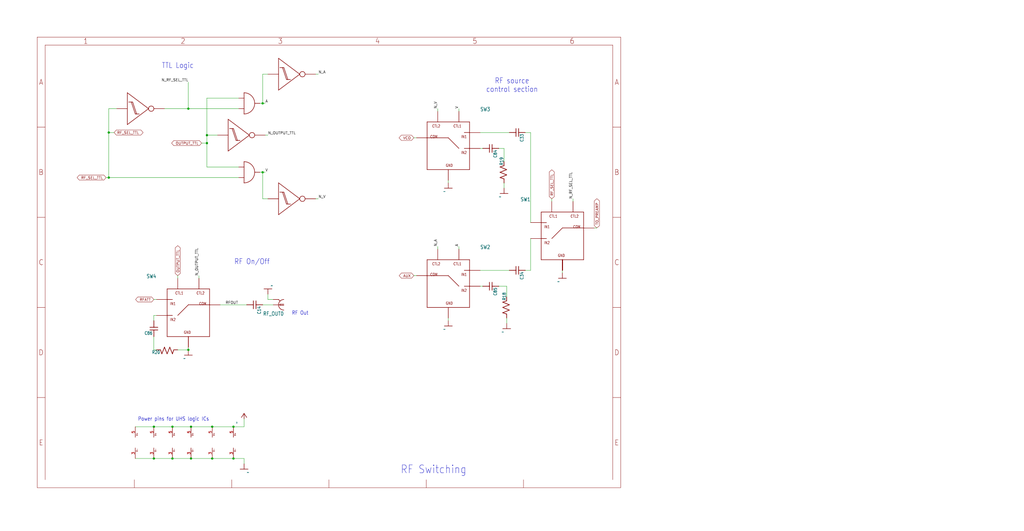
<source format=kicad_sch>
(kicad_sch (version 20211123) (generator eeschema)
  (paper "User" 490.22 254.406)
  (lib_symbols
    (symbol "aom_simple-eagle-import:+5V" (power)
      (property "Value" "+5V" (at -2.54 -5.08 90))
      (symbol "+5V_1_0"
        (polyline (pts (xy 0 0) (xy -1.27 -1.905)) (stroke (width 0.254)))
        (polyline (pts (xy 1.27 -1.905) (xy 0 0)) (stroke (width 0.254)))
        (pin power_in line (at 0 -2.54 90) (length 2.54) (name "+5V") (number "1"))
      )
    )
    (symbol "aom_simple-eagle-import:C_MLCC_SMDCMLCC_0402"
      (property "Reference" "C" (at 0.5715 0.0635 0))
      (property "Value" "C_MLCC_SMDCMLCC_0402" (at 0.5715 -4.3815 0))
      (symbol "C_MLCC_SMDCMLCC_0402_1_0"
        (polyline (pts (xy -1.905 -1.905) (xy 0 -1.905)) (stroke (width 0.3048)))
        (polyline (pts (xy 0 -1.905) (xy 0 -5.08)) (stroke (width 0.3048)))
        (polyline (pts (xy 0 -1.905) (xy 1.905 -1.905)) (stroke (width 0.3048)))
        (polyline (pts (xy 0 -0.635) (xy -1.905 -0.635)) (stroke (width 0.3048)))
        (polyline (pts (xy 0 -0.635) (xy 0 2.54)) (stroke (width 0.3048)))
        (polyline (pts (xy 1.905 -0.635) (xy 0 -0.635)) (stroke (width 0.3048)))
        (pin passive line (at 0 2.54 270) (length 0) (name "1") (number "P$1"))
        (pin passive line (at 0 -5.08 90) (length 0) (name "2") (number "P$2"))
      )
    )
    (symbol "aom_simple-eagle-import:FRAME_A_L"
      (symbol "FRAME_A_L_0_0"
        (polyline (pts (xy 0 43.18) (xy 3.81 43.18)))
        (polyline (pts (xy 0 86.36) (xy 3.81 86.36)))
        (polyline (pts (xy 0 129.54) (xy 3.81 129.54)))
        (polyline (pts (xy 0 172.72) (xy 3.81 172.72)))
        (polyline (pts (xy 3.81 3.81) (xy 3.81 212.09)))
        (polyline (pts (xy 46.5667 0) (xy 46.5667 3.81)))
        (polyline (pts (xy 93.1333 0) (xy 93.1333 3.81)))
        (polyline (pts (xy 139.7 0) (xy 139.7 3.81)))
        (polyline (pts (xy 186.2667 0) (xy 186.2667 3.81)))
        (polyline (pts (xy 232.8333 0) (xy 232.8333 3.81)))
        (polyline (pts (xy 275.59 3.81) (xy 275.59 212.09)))
        (polyline (pts (xy 275.59 43.18) (xy 279.4 43.18)))
        (polyline (pts (xy 275.59 86.36) (xy 279.4 86.36)))
        (polyline (pts (xy 275.59 129.54) (xy 279.4 129.54)))
        (polyline (pts (xy 275.59 172.72) (xy 279.4 172.72)))
        (polyline (pts (xy 275.59 212.09) (xy 3.81 212.09)))
        (polyline (pts (xy 0 0) (xy 279.4 0) (xy 279.4 215.9) (xy 0 215.9) (xy 0 0)))
        (text "1" (at 23.2833 213.995 0) (effects (font (size 2.54 2.286))))
        (text "2" (at 69.85 213.995 0) (effects (font (size 2.54 2.286))))
        (text "3" (at 116.4167 213.995 0) (effects (font (size 2.54 2.286))))
        (text "4" (at 162.9833 213.995 0) (effects (font (size 2.54 2.286))))
        (text "5" (at 209.55 213.995 0) (effects (font (size 2.54 2.286))))
        (text "6" (at 256.1167 213.995 0) (effects (font (size 2.54 2.286))))
        (text "A" (at 1.905 194.31 0) (effects (font (size 2.54 2.286))))
        (text "A" (at 277.495 194.31 0) (effects (font (size 2.54 2.286))))
        (text "B" (at 1.905 151.13 0) (effects (font (size 2.54 2.286))))
        (text "B" (at 277.495 151.13 0) (effects (font (size 2.54 2.286))))
        (text "C" (at 1.905 107.95 0) (effects (font (size 2.54 2.286))))
        (text "C" (at 277.495 107.95 0) (effects (font (size 2.54 2.286))))
        (text "D" (at 1.905 64.77 0) (effects (font (size 2.54 2.286))))
        (text "D" (at 277.495 64.77 0) (effects (font (size 2.54 2.286))))
        (text "E" (at 1.905 21.59 0) (effects (font (size 2.54 2.286))))
        (text "E" (at 277.495 21.59 0) (effects (font (size 2.54 2.286))))
      )
      (symbol "FRAME_A_L_2_0"
        (polyline (pts (xy 0 0) (xy 0 5.08)) (stroke (width 0.1016)))
        (polyline (pts (xy 0 0) (xy 71.12 0)) (stroke (width 0.1016)))
        (polyline (pts (xy 0 5.08) (xy 0 15.24)) (stroke (width 0.1016)))
        (polyline (pts (xy 0 5.08) (xy 71.12 5.08)) (stroke (width 0.1016)))
        (polyline (pts (xy 0 15.24) (xy 0 22.86)) (stroke (width 0.1016)))
        (polyline (pts (xy 0 22.86) (xy 0 35.56)) (stroke (width 0.1016)))
        (polyline (pts (xy 0 22.86) (xy 101.6 22.86)) (stroke (width 0.1016)))
        (polyline (pts (xy 71.12 0) (xy 101.6 0)) (stroke (width 0.1016)))
        (polyline (pts (xy 71.12 5.08) (xy 71.12 0)) (stroke (width 0.1016)))
        (polyline (pts (xy 71.12 5.08) (xy 87.63 5.08)) (stroke (width 0.1016)))
        (polyline (pts (xy 87.63 5.08) (xy 101.6 5.08)) (stroke (width 0.1016)))
        (polyline (pts (xy 87.63 15.24) (xy 0 15.24)) (stroke (width 0.1016)))
        (polyline (pts (xy 87.63 15.24) (xy 87.63 5.08)) (stroke (width 0.1016)))
        (polyline (pts (xy 101.6 5.08) (xy 101.6 0)) (stroke (width 0.1016)))
        (polyline (pts (xy 101.6 15.24) (xy 87.63 15.24)) (stroke (width 0.1016)))
        (polyline (pts (xy 101.6 15.24) (xy 101.6 5.08)) (stroke (width 0.1016)))
        (polyline (pts (xy 101.6 22.86) (xy 101.6 15.24)) (stroke (width 0.1016)))
        (polyline (pts (xy 101.6 35.56) (xy 0 35.56)) (stroke (width 0.1016)))
        (polyline (pts (xy 101.6 35.56) (xy 101.6 22.86)) (stroke (width 0.1016)))
        (text ">DRAWING_NAME" (at 17.78 19.05 0) (effects (font (size 2.54 2.159)) (justify left bottom)))
        (text ">LAST_DATE_TIME" (at 12.7 1.27 0) (effects (font (size 2.54 2.159)) (justify left bottom)))
        (text ">SHEET" (at 86.36 1.27 0) (effects (font (size 2.54 2.159)) (justify left bottom)))
        (text "Date:" (at 1.27 1.27 0) (effects (font (size 2.54 2.159)) (justify left bottom)))
        (text "Document Number:" (at 1.27 11.43 0) (effects (font (size 2.54 2.159)) (justify left bottom)))
        (text "REV:" (at 88.9 11.43 0) (effects (font (size 2.54 2.159)) (justify left bottom)))
        (text "Sheet:" (at 72.39 1.27 0) (effects (font (size 2.54 2.159)) (justify left bottom)))
        (text "TITLE:" (at 1.27 19.05 0) (effects (font (size 2.54 2.159)) (justify left bottom)))
      )
    )
    (symbol "aom_simple-eagle-import:GND" (power)
      (property "Value" "GND" (at -2.54 -2.54 0))
      (symbol "GND_1_0"
        (polyline (pts (xy -1.905 0) (xy 1.905 0)) (stroke (width 0.254)))
        (pin power_in line (at 0 2.54 270) (length 2.54) (name "GND") (number "1"))
      )
    )
    (symbol "aom_simple-eagle-import:MASWSS0178"
      (property "Reference" "SW" (at 15.24 17.78 0))
      (property "Value" "MASWSS0178" (at 15.24 15.24 0))
      (symbol "MASWSS0178_1_0"
        (polyline (pts (xy -10.16 -10.16) (xy 10.16 -10.16)) (stroke (width 0.254)))
        (polyline (pts (xy -10.16 5.08) (xy -10.16 -10.16)) (stroke (width 0.254)))
        (polyline (pts (xy -10.16 5.08) (xy 0 5.08)) (stroke (width 0.254)))
        (polyline (pts (xy -10.16 12.7) (xy -10.16 5.08)) (stroke (width 0.254)))
        (polyline (pts (xy 0 5.08) (xy 5.08 0)) (stroke (width 0.254)))
        (polyline (pts (xy 7.62 0) (xy 10.16 0)) (stroke (width 0.254)))
        (polyline (pts (xy 10.16 -10.16) (xy 10.16 0)) (stroke (width 0.254)))
        (polyline (pts (xy 10.16 0) (xy 10.16 7.62)) (stroke (width 0.254)))
        (polyline (pts (xy 10.16 7.62) (xy 7.62 7.62)) (stroke (width 0.254)))
        (polyline (pts (xy 10.16 7.62) (xy 10.16 12.7)) (stroke (width 0.254)))
        (polyline (pts (xy 10.16 12.7) (xy -10.16 12.7)) (stroke (width 0.254)))
        (text "COM" (at -5.08 6.35 0) (effects (font (size 1.27 1.0795)) (justify right top)))
        (text "CTL1" (at 6.35 11.43 0) (effects (font (size 1.27 1.0795)) (justify right top)))
        (text "CTL2" (at -3.81 11.43 0) (effects (font (size 1.27 1.0795)) (justify right top)))
        (text "GND" (at -1.27 -8.89 0) (effects (font (size 1.27 1.0795)) (justify left bottom)))
        (text "IN1" (at 8.89 6.35 0) (effects (font (size 1.27 1.0795)) (justify right top)))
        (text "IN2" (at 8.89 -1.27 0) (effects (font (size 1.27 1.0795)) (justify right top)))
        (pin bidirectional line (at 5.08 17.78 270) (length 5.08) (name "CTL1") (number "1"))
        (pin bidirectional line (at -5.08 17.78 270) (length 5.08) (name "CTL2") (number "2"))
        (pin bidirectional line (at -15.24 5.08 0) (length 5.08) (name "COM") (number "3"))
        (pin bidirectional line (at 0 -15.24 90) (length 5.08) (name "GND") (number "4"))
        (pin bidirectional line (at 15.24 0 180) (length 5.08) (name "IN2") (number "5"))
        (pin bidirectional line (at 0 -15.24 90) (length 5.08) (name "GND") (number "6"))
        (pin bidirectional line (at 0 -15.24 90) (length 5.08) (name "GND") (number "7"))
        (pin bidirectional line (at 15.24 7.62 180) (length 5.08) (name "IN1") (number "8"))
        (pin bidirectional line (at 0 -15.24 90) (length 5.08) (name "GND") (number "EP1"))
        (pin bidirectional line (at 0 -15.24 90) (length 5.08) (name "GND") (number "EP2"))
        (pin bidirectional line (at 0 -15.24 90) (length 5.08) (name "GND") (number "EP3"))
        (pin bidirectional line (at 0 -15.24 90) (length 5.08) (name "GND") (number "EP4"))
        (pin bidirectional line (at 0 -15.24 90) (length 5.08) (name "GND") (number "EP5"))
        (pin bidirectional line (at 0 -15.24 90) (length 5.08) (name "GND") (number "EP6"))
      )
    )
    (symbol "aom_simple-eagle-import:R_SMDR0603"
      (property "Reference" "R" (at -7.3025 0.3175 0))
      (property "Value" "R_SMDR0603" (at 3.3338 0.3175 0))
      (symbol "R_SMDR0603_1_0"
        (polyline (pts (xy -3.175 0) (xy -5.08 0)) (stroke (width 0.3048)))
        (polyline (pts (xy -2.54 1.905) (xy -3.175 0)) (stroke (width 0.3048)))
        (polyline (pts (xy -2.54 1.905) (xy -1.27 -1.27)) (stroke (width 0.3048)))
        (polyline (pts (xy -1.27 -1.27) (xy 0 1.905)) (stroke (width 0.3048)))
        (polyline (pts (xy 0 1.905) (xy 1.27 -1.27)) (stroke (width 0.3048)))
        (polyline (pts (xy 1.27 -1.27) (xy 2.54 1.905)) (stroke (width 0.3048)))
        (polyline (pts (xy 2.54 1.905) (xy 3.175 0)) (stroke (width 0.3048)))
        (polyline (pts (xy 3.175 0) (xy 5.08 0)) (stroke (width 0.3048)))
        (pin passive line (at -5.08 0 0) (length 0) (name "1") (number "P$1"))
        (pin passive line (at 5.08 0 180) (length 0) (name "2") (number "P$2"))
      )
    )
    (symbol "aom_simple-eagle-import:SMA-V"
      (property "Reference" "X" (at -2.54 3.302 0))
      (symbol "SMA-V_1_0"
        (arc (start -2.54 -2.54) (mid 0 0) (end -2.54 2.54) (stroke (width 0.254)))
        (polyline (pts (xy -2.54 0.254) (xy -0.762 0.254)) (stroke (width 0.254)))
        (polyline (pts (xy -0.762 -0.254) (xy -2.54 -0.254)) (stroke (width 0.254)))
        (polyline (pts (xy -0.762 0.254) (xy -0.508 0)) (stroke (width 0.254)))
        (polyline (pts (xy -0.508 0) (xy -0.762 -0.254)) (stroke (width 0.254)))
        (polyline (pts (xy 0 -2.54) (xy -0.762 -1.778)) (stroke (width 0.254)))
        (polyline (pts (xy 0 0) (xy -0.508 0)) (stroke (width 0.1524)))
        (pin passive line (at 2.54 -2.54 180) (length 2.54) (name "2") (number "GND1"))
        (pin passive line (at 2.54 -2.54 180) (length 2.54) (name "2") (number "GND2"))
        (pin passive line (at 2.54 -2.54 180) (length 2.54) (name "2") (number "GND3"))
        (pin passive line (at 2.54 -2.54 180) (length 2.54) (name "2") (number "GND4"))
        (pin passive line (at 2.54 0 180) (length 2.54) (name "1") (number "RF"))
      )
    )
    (symbol "aom_simple-eagle-import:UHS_AND"
      (symbol "UHS_AND_1_0"
        (arc (start -2.54 -7.62) (mid 2.54 -2.54) (end -2.54 2.54) (stroke (width 0.254)))
        (polyline (pts (xy -2.54 2.54) (xy -2.54 -7.62)) (stroke (width 0.254)))
        (pin bidirectional line (at -5.08 0 0) (length 2.54) (name "INA") (number "1"))
        (pin bidirectional line (at -5.08 -5.08 0) (length 2.54) (name "INB") (number "2"))
        (pin bidirectional line (at 5.08 -2.54 180) (length 2.54) (name "OUT") (number "4"))
      )
      (symbol "UHS_AND_2_0"
        (text "V+" (at 1.27 3.175 900) (effects (font (size 0.8128 0.6908)) (justify left bottom)))
        (text "V-" (at 1.27 -4.445 900) (effects (font (size 0.8128 0.6908)) (justify left bottom)))
        (pin power_in line (at 0 -7.62 90) (length 5.08) (name "V-") (number "3"))
        (pin power_in line (at 0 7.62 270) (length 5.08) (name "V+") (number "5"))
      )
    )
    (symbol "aom_simple-eagle-import:UHS_INVERTER"
      (symbol "UHS_INVERTER_1_0"
        (polyline (pts (xy -10.16 -7.62) (xy -10.16 7.62)) (stroke (width 0.254)))
        (polyline (pts (xy -10.16 7.62) (xy 0 0)) (stroke (width 0.254)))
        (polyline (pts (xy -8.255 3.175) (xy -9.525 3.175)) (stroke (width 0.254)))
        (polyline (pts (xy -8.255 3.175) (xy -7.62 3.175)) (stroke (width 0.254)))
        (polyline (pts (xy -8.255 3.175) (xy -6.35 -2.54)) (stroke (width 0.254)))
        (polyline (pts (xy -7.62 3.175) (xy -5.715 -2.54)) (stroke (width 0.254)))
        (polyline (pts (xy -6.35 -2.54) (xy -5.715 -2.54)) (stroke (width 0.254)))
        (polyline (pts (xy -5.715 -2.54) (xy -4.445 -2.54)) (stroke (width 0.254)))
        (polyline (pts (xy 0 0) (xy -10.16 -7.62)) (stroke (width 0.254)))
        (circle (center 1.27 0) (radius 1.27) (stroke (width 0.254)))
        (pin bidirectional line (at -15.24 0 0) (length 5.08) (name "IN") (number "2"))
        (pin bidirectional line (at 7.62 0 180) (length 5.08) (name "OUT") (number "4"))
      )
      (symbol "UHS_INVERTER_2_0"
        (text "V+" (at 1.27 3.175 900) (effects (font (size 0.8128 0.6908)) (justify left bottom)))
        (text "V-" (at 1.27 -4.445 900) (effects (font (size 0.8128 0.6908)) (justify left bottom)))
        (pin power_in line (at 0 -7.62 90) (length 5.08) (name "V-") (number "3"))
        (pin power_in line (at 0 7.62 270) (length 5.08) (name "V+") (number "5"))
      )
    )
  )
  (junction (at 73.66 219.71))
  (junction (at 125.73 49.53))
  (junction (at 90.17 167.64))
  (junction (at 111.76 219.71))
  (junction (at 90.17 52.07))
  (junction (at 91.44 219.71))
  (junction (at 73.66 204.47))
  (junction (at 99.06 64.77))
  (junction (at 91.44 204.47))
  (junction (at 101.6 219.71))
  (junction (at 82.55 219.71))
  (junction (at 99.06 68.58))
  (junction (at 101.6 204.47))
  (junction (at 82.55 204.47))
  (junction (at 125.73 82.55))
  (junction (at 52.07 63.5))
  (junction (at 111.76 204.47))
  (junction (at 52.07 85.09))
  (wire (pts (xy 125.73 95.25) (xy 128.27 95.25)))
  (wire (pts (xy 269.24 130.81) (xy 269.24 129.54)))
  (wire (pts (xy 214.63 153.67) (xy 214.63 152.4)))
  (wire (pts (xy 238.76 137.16) (xy 242.57 137.16)))
  (wire (pts (xy 99.06 46.99) (xy 114.3 46.99)))
  (wire (pts (xy 284.48 109.22) (xy 285.75 109.22)))
  (wire (pts (xy 52.07 52.07) (xy 55.88 52.07)))
  (wire (pts (xy 241.3 71.12) (xy 241.3 77.47)))
  (wire (pts (xy 243.84 129.54) (xy 229.87 129.54)))
  (wire (pts (xy 52.07 85.09) (xy 114.3 85.09)))
  (wire (pts (xy 116.84 204.47) (xy 116.84 200.66)))
  (wire (pts (xy 219.71 119.38) (xy 219.71 118.11)))
  (wire (pts (xy 229.87 71.12) (xy 231.14 71.12)))
  (wire (pts (xy 105.41 146.05) (xy 118.11 146.05)))
  (wire (pts (xy 125.73 49.53) (xy 125.73 35.56)))
  (wire (pts (xy 241.3 87.63) (xy 241.3 90.17)))
  (wire (pts (xy 209.55 53.34) (xy 209.55 52.07)))
  (wire (pts (xy 82.55 204.47) (xy 73.66 204.47)))
  (wire (pts (xy 90.17 52.07) (xy 114.3 52.07)))
  (wire (pts (xy 91.44 204.47) (xy 82.55 204.47)))
  (wire (pts (xy 78.74 52.07) (xy 90.17 52.07)))
  (wire (pts (xy 111.76 219.71) (xy 116.84 219.71)))
  (wire (pts (xy 125.73 35.56) (xy 128.27 35.56)))
  (wire (pts (xy 264.16 96.52) (xy 264.16 95.25)))
  (wire (pts (xy 151.13 95.25) (xy 152.4 95.25)))
  (wire (pts (xy 99.06 64.77) (xy 99.06 46.99)))
  (wire (pts (xy 130.81 146.05) (xy 125.73 146.05)))
  (wire (pts (xy 242.57 137.16) (xy 242.57 142.24)))
  (wire (pts (xy 254 63.5) (xy 254 106.68)))
  (wire (pts (xy 99.06 80.01) (xy 114.3 80.01)))
  (wire (pts (xy 219.71 53.34) (xy 219.71 52.07)))
  (wire (pts (xy 125.73 49.53) (xy 127 49.53)))
  (wire (pts (xy 243.84 63.5) (xy 229.87 63.5)))
  (wire (pts (xy 95.25 133.35) (xy 95.25 132.08)))
  (wire (pts (xy 101.6 219.71) (xy 111.76 219.71)))
  (wire (pts (xy 85.09 133.35) (xy 85.09 132.08)))
  (wire (pts (xy 91.44 219.71) (xy 101.6 219.71)))
  (wire (pts (xy 73.66 151.13) (xy 74.93 151.13)))
  (wire (pts (xy 274.32 96.52) (xy 274.32 95.25)))
  (wire (pts (xy 111.76 204.47) (xy 116.84 204.47)))
  (wire (pts (xy 99.06 68.58) (xy 99.06 64.77)))
  (wire (pts (xy 229.87 137.16) (xy 231.14 137.16)))
  (wire (pts (xy 254 63.5) (xy 251.46 63.5)))
  (wire (pts (xy 90.17 167.64) (xy 85.09 167.64)))
  (wire (pts (xy 73.66 151.13) (xy 73.66 153.67)))
  (wire (pts (xy 209.55 119.38) (xy 209.55 118.11)))
  (wire (pts (xy 124.46 82.55) (xy 125.73 82.55)))
  (wire (pts (xy 99.06 68.58) (xy 99.06 80.01)))
  (wire (pts (xy 91.44 219.71) (xy 82.55 219.71)))
  (wire (pts (xy 104.14 64.77) (xy 99.06 64.77)))
  (wire (pts (xy 90.17 166.37) (xy 90.17 167.64)))
  (wire (pts (xy 90.17 52.07) (xy 90.17 39.37)))
  (wire (pts (xy 91.44 204.47) (xy 101.6 204.47)))
  (wire (pts (xy 199.39 132.08) (xy 198.12 132.08)))
  (wire (pts (xy 238.76 71.12) (xy 241.3 71.12)))
  (wire (pts (xy 254 129.54) (xy 251.46 129.54)))
  (wire (pts (xy 242.57 152.4) (xy 242.57 154.94)))
  (wire (pts (xy 99.06 68.58) (xy 96.52 68.58)))
  (wire (pts (xy 116.84 219.71) (xy 116.84 222.25)))
  (wire (pts (xy 125.73 82.55) (xy 127 82.55)))
  (wire (pts (xy 52.07 85.09) (xy 50.8 85.09)))
  (wire (pts (xy 101.6 204.47) (xy 111.76 204.47)))
  (wire (pts (xy 125.73 82.55) (xy 125.73 95.25)))
  (wire (pts (xy 199.39 66.04) (xy 198.12 66.04)))
  (wire (pts (xy 124.46 49.53) (xy 125.73 49.53)))
  (wire (pts (xy 254 129.54) (xy 254 114.3)))
  (wire (pts (xy 73.66 161.29) (xy 73.66 167.64)))
  (wire (pts (xy 214.63 86.36) (xy 214.63 87.63)))
  (wire (pts (xy 52.07 63.5) (xy 54.61 63.5)))
  (wire (pts (xy 151.13 35.56) (xy 152.4 35.56)))
  (wire (pts (xy 73.66 167.64) (xy 74.93 167.64)))
  (wire (pts (xy 74.93 143.51) (xy 73.66 143.51)))
  (wire (pts (xy 52.07 85.09) (xy 52.07 63.5)))
  (wire (pts (xy 82.55 219.71) (xy 73.66 219.71)))
  (wire (pts (xy 127 64.77) (xy 128.27 64.77)))
  (wire (pts (xy 73.66 219.71) (xy 64.77 219.71)))
  (wire (pts (xy 52.07 63.5) (xy 52.07 52.07)))
  (wire (pts (xy 128.27 143.51) (xy 128.27 140.97)))
  (wire (pts (xy 73.66 204.47) (xy 64.77 204.47)))
  (wire (pts (xy 130.81 143.51) (xy 128.27 143.51)))
  (text "Power pins for UHS logic ICs" (at 66.04 201.93 180) (effects (font (size 1.778 1.5113)) (justify left bottom)))
  (text "RF Switching" (at 191.77 227.33 180) (effects (font (size 3.81 3.2385)) (justify left bottom)))
  (text "RF Out" (at 139.7 151.13 180) (effects (font (size 1.778 1.5113)) (justify left bottom)))
  (text "RF On/Off" (at 120.65 127 180) (effects (font (size 2.54 2.159)) (justify bottom)))
  (text "TTL Logic" (at 85.09 33.02 180) (effects (font (size 2.54 2.159)) (justify bottom)))
  (text "RF source\ncontrol section" (at 245.11 44.45 180) (effects (font (size 2.54 2.159)) (justify bottom)))
  (label "N_RF_SEL_TTL" (at 90.17 39.37 180) (effects (font (size 1.2446 1.2446))))
  (label "N_A" (at 209.55 118.11 90) (effects (font (size 1.2446 1.2446))))
  (label "N_OUTPUT_TTL" (at 95.25 132.08 90) (effects (font (size 1.2446 1.2446))))
  (label "A" (at 219.71 118.11 90) (effects (font (size 1.2446 1.2446))))
  (label "N_RF_SEL_TTL" (at 274.32 95.25 90) (effects (font (size 1.2446 1.2446))))
  (label "N_V" (at 209.55 52.07 90) (effects (font (size 1.2446 1.2446))))
  (label "V" (at 127 82.55 0) (effects (font (size 1.2446 1.2446))))
  (label "N_A" (at 152.4 35.56 0) (effects (font (size 1.2446 1.2446))))
  (label "A" (at 127 49.53 0) (effects (font (size 1.2446 1.2446))))
  (label "V" (at 219.71 52.07 90) (effects (font (size 1.2446 1.2446))))
  (label "N_OUTPUT_TTL" (at 128.27 64.77 0) (effects (font (size 1.2446 1.2446))))
  (label "RFOUT" (at 107.95 146.05 0) (effects (font (size 1.2446 1.2446))))
  (label "N_V" (at 152.4 95.25 0) (effects (font (size 1.2446 1.2446))))
  (global_label "RF_SEL_TTL" (shape bidirectional) (at 50.8 85.09 180) (effects (font (size 1.2446 1.2446))) (property "Intersheet References" "${INTERSHEET_REFS}" (effects hide)))
  (global_label "RFATT" (shape bidirectional) (at 73.66 143.51 180) (effects (font (size 1.2446 1.2446))) (property "Intersheet References" "${INTERSHEET_REFS}" (effects hide)))
  (global_label "TO_PREAMP" (shape bidirectional) (at 285.75 109.22 90) (effects (font (size 1.2446 1.2446))) (property "Intersheet References" "${INTERSHEET_REFS}" (effects hide)))
  (global_label "RF_SEL_TTL" (shape bidirectional) (at 54.61 63.5 0) (effects (font (size 1.2446 1.2446))) (property "Intersheet References" "${INTERSHEET_REFS}" (effects hide)))
  (global_label "OUTPUT_TTL" (shape bidirectional) (at 85.09 132.08 90) (effects (font (size 1.2446 1.2446))) (property "Intersheet References" "${INTERSHEET_REFS}" (effects hide)))
  (global_label "OUTPUT_TTL" (shape bidirectional) (at 96.52 68.58 180) (effects (font (size 1.2446 1.2446))) (property "Intersheet References" "${INTERSHEET_REFS}" (effects hide)))
  (global_label "RF_SEL_TTL" (shape bidirectional) (at 264.16 95.25 90) (effects (font (size 1.2446 1.2446))) (property "Intersheet References" "${INTERSHEET_REFS}" (effects hide)))
  (global_label "AUX" (shape bidirectional) (at 198.12 132.08 180) (effects (font (size 1.2446 1.2446))) (property "Intersheet References" "${INTERSHEET_REFS}" (effects hide)))
  (global_label "VCO" (shape bidirectional) (at 198.12 66.04 180) (effects (font (size 1.2446 1.2446))) (property "Intersheet References" "${INTERSHEET_REFS}" (effects hide)))
  (symbol (lib_id "aom_simple-eagle-import:+5V") (at 116.84 198.12 0) (unit 1)
    (property "Reference" "#P+2" (effects hide))
  )
  (symbol (lib_id "aom_simple-eagle-import:UHS_AND") (at 119.38 80.01 0) (unit 1)
    (property "Reference" "IC10" (effects hide))
  )
  (symbol (lib_id "aom_simple-eagle-import:GND") (at 116.84 224.79 0) (mirror y) (unit 1)
    (property "Reference" "#GND28" (effects hide))
  )
  (symbol (lib_id "aom_simple-eagle-import:C_MLCC_SMDCMLCC_0402") (at 73.66 158.75 180) (unit 1)
    (property "Reference" "C86" (at 73.0885 158.8135 0) (effects (font (size 1.524 1.2954)) (justify left bottom)))
  )
  (symbol (lib_id "aom_simple-eagle-import:UHS_INVERTER") (at 91.44 212.09 0) (unit 2)
    (property "Reference" "IC8" (effects hide))
  )
  (symbol (lib_id "aom_simple-eagle-import:UHS_INVERTER") (at 82.55 212.09 0) (unit 2)
    (property "Reference" "IC13" (effects hide))
  )
  (symbol (lib_id "aom_simple-eagle-import:MASWSS0178") (at 214.63 137.16 0) (unit 1)
    (property "Reference" "SW2" (at 229.87 119.38 0) (effects (font (size 1.778 1.5113)) (justify left bottom)))
  )
  (symbol (lib_id "aom_simple-eagle-import:SMA-V") (at 133.35 146.05 180) (unit 1)
    (property "Reference" "RF_OUT0" (at 135.89 149.352 0) (effects (font (size 1.778 1.5113)) (justify left bottom)))
  )
  (symbol (lib_id "aom_simple-eagle-import:R_SMDR0603") (at 241.3 82.55 90) (mirror x) (unit 1)
    (property "Reference" "R19" (at 240.9825 75.2475 0) (effects (font (size 1.524 1.2954)) (justify left bottom)))
  )
  (symbol (lib_id "aom_simple-eagle-import:GND") (at 241.3 92.71 0) (unit 1)
    (property "Reference" "#GND33" (effects hide))
  )
  (symbol (lib_id "aom_simple-eagle-import:C_MLCC_SMDCMLCC_0402") (at 236.22 137.16 270) (unit 1)
    (property "Reference" "C85" (at 236.2835 137.7315 0) (effects (font (size 1.524 1.2954)) (justify left bottom)))
  )
  (symbol (lib_id "aom_simple-eagle-import:UHS_AND") (at 119.38 46.99 0) (unit 1)
    (property "Reference" "IC9" (effects hide))
  )
  (symbol (lib_id "aom_simple-eagle-import:R_SMDR0603") (at 80.01 167.64 0) (mirror x) (unit 1)
    (property "Reference" "R20" (at 72.7075 167.9575 0) (effects (font (size 1.524 1.2954)) (justify left bottom)))
  )
  (symbol (lib_id "aom_simple-eagle-import:FRAME_A_L") (at 17.78 233.68 0) (unit 1)
    (property "Reference" "#FRAME4" (effects hide))
  )
  (symbol (lib_id "aom_simple-eagle-import:MASWSS0178") (at 214.63 71.12 0) (unit 1)
    (property "Reference" "SW3" (at 229.87 53.34 0) (effects (font (size 1.778 1.5113)) (justify left bottom)))
  )
  (symbol (lib_id "aom_simple-eagle-import:GND") (at 90.17 170.18 0) (unit 1)
    (property "Reference" "#GND35" (effects hide))
  )
  (symbol (lib_id "aom_simple-eagle-import:C_MLCC_SMDCMLCC_0402") (at 248.92 129.54 270) (unit 1)
    (property "Reference" "C34" (at 248.9835 130.1115 0) (effects (font (size 1.524 1.2954)) (justify left bottom)))
  )
  (symbol (lib_id "aom_simple-eagle-import:C_MLCC_SMDCMLCC_0402") (at 123.19 146.05 270) (unit 1)
    (property "Reference" "C14" (at 123.2535 146.6215 0) (effects (font (size 1.524 1.2954)) (justify left bottom)))
  )
  (symbol (lib_id "aom_simple-eagle-import:GND") (at 214.63 90.17 0) (unit 1)
    (property "Reference" "#GND4" (effects hide))
  )
  (symbol (lib_id "aom_simple-eagle-import:GND") (at 269.24 133.35 0) (unit 1)
    (property "Reference" "#GND27" (effects hide))
  )
  (symbol (lib_id "aom_simple-eagle-import:R_SMDR0603") (at 242.57 147.32 90) (mirror x) (unit 1)
    (property "Reference" "R18" (at 242.2525 140.0175 0) (effects (font (size 1.524 1.2954)) (justify left bottom)))
  )
  (symbol (lib_id "aom_simple-eagle-import:GND") (at 214.63 156.21 0) (unit 1)
    (property "Reference" "#GND2" (effects hide))
  )
  (symbol (lib_id "aom_simple-eagle-import:UHS_INVERTER") (at 73.66 212.09 0) (unit 2)
    (property "Reference" "IC14" (effects hide))
  )
  (symbol (lib_id "aom_simple-eagle-import:MASWSS0178") (at 269.24 114.3 0) (mirror y) (unit 1)
    (property "Reference" "SW1" (at 254 96.52 0) (effects (font (size 1.778 1.5113)) (justify left bottom)))
  )
  (symbol (lib_id "aom_simple-eagle-import:C_MLCC_SMDCMLCC_0402") (at 236.22 71.12 270) (unit 1)
    (property "Reference" "C84" (at 236.2835 71.6915 0) (effects (font (size 1.524 1.2954)) (justify left bottom)))
  )
  (symbol (lib_id "aom_simple-eagle-import:MASWSS0178") (at 90.17 151.13 0) (mirror y) (unit 1)
    (property "Reference" "SW4" (at 74.93 133.35 0) (effects (font (size 1.778 1.5113)) (justify left bottom)))
  )
  (symbol (lib_id "aom_simple-eagle-import:C_MLCC_SMDCMLCC_0402") (at 248.92 63.5 270) (unit 1)
    (property "Reference" "C33" (at 248.9835 64.0715 0) (effects (font (size 1.524 1.2954)) (justify left bottom)))
  )
  (symbol (lib_id "aom_simple-eagle-import:UHS_AND") (at 111.76 212.09 0) (unit 2)
    (property "Reference" "IC10" (effects hide))
  )
  (symbol (lib_id "aom_simple-eagle-import:UHS_INVERTER") (at 64.77 212.09 0) (unit 2)
    (property "Reference" "IC15" (effects hide))
  )
  (symbol (lib_id "aom_simple-eagle-import:UHS_INVERTER") (at 119.38 64.77 0) (unit 1)
    (property "Reference" "IC15" (effects hide))
  )
  (symbol (lib_id "aom_simple-eagle-import:UHS_INVERTER") (at 143.51 95.25 0) (unit 1)
    (property "Reference" "IC14" (effects hide))
  )
  (symbol (lib_id "aom_simple-eagle-import:GND") (at 242.57 157.48 0) (unit 1)
    (property "Reference" "#GND32" (effects hide))
  )
  (symbol (lib_id "aom_simple-eagle-import:UHS_INVERTER") (at 143.51 35.56 0) (unit 1)
    (property "Reference" "IC13" (effects hide))
  )
  (symbol (lib_id "aom_simple-eagle-import:UHS_INVERTER") (at 71.12 52.07 0) (unit 1)
    (property "Reference" "IC8" (effects hide))
  )
  (symbol (lib_id "aom_simple-eagle-import:UHS_AND") (at 101.6 212.09 0) (unit 2)
    (property "Reference" "IC9" (effects hide))
  )
  (symbol (lib_id "aom_simple-eagle-import:GND") (at 128.27 138.43 180) (unit 1)
    (property "Reference" "#GND3" (effects hide))
  )
)
</source>
